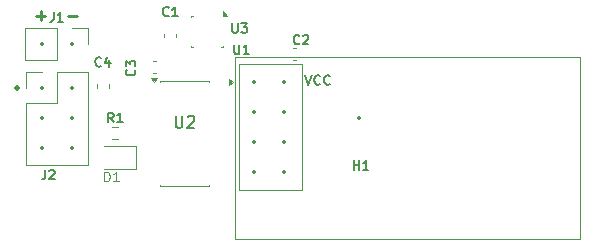
<source format=gto>
%TF.GenerationSoftware,KiCad,Pcbnew,9.0.5*%
%TF.CreationDate,2025-11-26T16:17:29+01:00*%
%TF.ProjectId,Stacja_pogody_SD,53746163-6a61-45f7-906f-676f64795f53,rev?*%
%TF.SameCoordinates,Original*%
%TF.FileFunction,Legend,Top*%
%TF.FilePolarity,Positive*%
%FSLAX46Y46*%
G04 Gerber Fmt 4.6, Leading zero omitted, Abs format (unit mm)*
G04 Created by KiCad (PCBNEW 9.0.5) date 2025-11-26 16:17:29*
%MOMM*%
%LPD*%
G01*
G04 APERTURE LIST*
%ADD10C,0.187500*%
%ADD11C,0.300000*%
%ADD12C,0.250000*%
%ADD13C,0.150000*%
%ADD14C,0.125000*%
%ADD15C,0.100000*%
%ADD16C,0.120000*%
%ADD17C,0.350000*%
G04 APERTURE END LIST*
D10*
X139419545Y-40392345D02*
X139686212Y-41192345D01*
X139686212Y-41192345D02*
X139952878Y-40392345D01*
X140676688Y-41116154D02*
X140638592Y-41154250D01*
X140638592Y-41154250D02*
X140524307Y-41192345D01*
X140524307Y-41192345D02*
X140448116Y-41192345D01*
X140448116Y-41192345D02*
X140333830Y-41154250D01*
X140333830Y-41154250D02*
X140257640Y-41078059D01*
X140257640Y-41078059D02*
X140219545Y-41001869D01*
X140219545Y-41001869D02*
X140181449Y-40849488D01*
X140181449Y-40849488D02*
X140181449Y-40735202D01*
X140181449Y-40735202D02*
X140219545Y-40582821D01*
X140219545Y-40582821D02*
X140257640Y-40506630D01*
X140257640Y-40506630D02*
X140333830Y-40430440D01*
X140333830Y-40430440D02*
X140448116Y-40392345D01*
X140448116Y-40392345D02*
X140524307Y-40392345D01*
X140524307Y-40392345D02*
X140638592Y-40430440D01*
X140638592Y-40430440D02*
X140676688Y-40468535D01*
X141476688Y-41116154D02*
X141438592Y-41154250D01*
X141438592Y-41154250D02*
X141324307Y-41192345D01*
X141324307Y-41192345D02*
X141248116Y-41192345D01*
X141248116Y-41192345D02*
X141133830Y-41154250D01*
X141133830Y-41154250D02*
X141057640Y-41078059D01*
X141057640Y-41078059D02*
X141019545Y-41001869D01*
X141019545Y-41001869D02*
X140981449Y-40849488D01*
X140981449Y-40849488D02*
X140981449Y-40735202D01*
X140981449Y-40735202D02*
X141019545Y-40582821D01*
X141019545Y-40582821D02*
X141057640Y-40506630D01*
X141057640Y-40506630D02*
X141133830Y-40430440D01*
X141133830Y-40430440D02*
X141248116Y-40392345D01*
X141248116Y-40392345D02*
X141324307Y-40392345D01*
X141324307Y-40392345D02*
X141438592Y-40430440D01*
X141438592Y-40430440D02*
X141476688Y-40468535D01*
D11*
X114994510Y-41387971D02*
X115065939Y-41459400D01*
X115065939Y-41459400D02*
X114994510Y-41530828D01*
X114994510Y-41530828D02*
X114923082Y-41459400D01*
X114923082Y-41459400D02*
X114994510Y-41387971D01*
X114994510Y-41387971D02*
X114994510Y-41530828D01*
D12*
X119332568Y-35363666D02*
X120094473Y-35363666D01*
X116622568Y-35353666D02*
X117384473Y-35353666D01*
X117003520Y-35734619D02*
X117003520Y-34972714D01*
D13*
X133230476Y-35992295D02*
X133230476Y-36639914D01*
X133230476Y-36639914D02*
X133268571Y-36716104D01*
X133268571Y-36716104D02*
X133306666Y-36754200D01*
X133306666Y-36754200D02*
X133382857Y-36792295D01*
X133382857Y-36792295D02*
X133535238Y-36792295D01*
X133535238Y-36792295D02*
X133611428Y-36754200D01*
X133611428Y-36754200D02*
X133649523Y-36716104D01*
X133649523Y-36716104D02*
X133687619Y-36639914D01*
X133687619Y-36639914D02*
X133687619Y-35992295D01*
X133992380Y-35992295D02*
X134487618Y-35992295D01*
X134487618Y-35992295D02*
X134220952Y-36297057D01*
X134220952Y-36297057D02*
X134335237Y-36297057D01*
X134335237Y-36297057D02*
X134411428Y-36335152D01*
X134411428Y-36335152D02*
X134449523Y-36373247D01*
X134449523Y-36373247D02*
X134487618Y-36449438D01*
X134487618Y-36449438D02*
X134487618Y-36639914D01*
X134487618Y-36639914D02*
X134449523Y-36716104D01*
X134449523Y-36716104D02*
X134411428Y-36754200D01*
X134411428Y-36754200D02*
X134335237Y-36792295D01*
X134335237Y-36792295D02*
X134106666Y-36792295D01*
X134106666Y-36792295D02*
X134030475Y-36754200D01*
X134030475Y-36754200D02*
X133992380Y-36716104D01*
X118103333Y-35062295D02*
X118103333Y-35633723D01*
X118103333Y-35633723D02*
X118065238Y-35748009D01*
X118065238Y-35748009D02*
X117989047Y-35824200D01*
X117989047Y-35824200D02*
X117874762Y-35862295D01*
X117874762Y-35862295D02*
X117798571Y-35862295D01*
X118903333Y-35862295D02*
X118446190Y-35862295D01*
X118674762Y-35862295D02*
X118674762Y-35062295D01*
X118674762Y-35062295D02*
X118598571Y-35176580D01*
X118598571Y-35176580D02*
X118522381Y-35252771D01*
X118522381Y-35252771D02*
X118446190Y-35290866D01*
X117393333Y-48412295D02*
X117393333Y-48983723D01*
X117393333Y-48983723D02*
X117355238Y-49098009D01*
X117355238Y-49098009D02*
X117279047Y-49174200D01*
X117279047Y-49174200D02*
X117164762Y-49212295D01*
X117164762Y-49212295D02*
X117088571Y-49212295D01*
X117736190Y-48488485D02*
X117774286Y-48450390D01*
X117774286Y-48450390D02*
X117850476Y-48412295D01*
X117850476Y-48412295D02*
X118040952Y-48412295D01*
X118040952Y-48412295D02*
X118117143Y-48450390D01*
X118117143Y-48450390D02*
X118155238Y-48488485D01*
X118155238Y-48488485D02*
X118193333Y-48564676D01*
X118193333Y-48564676D02*
X118193333Y-48640866D01*
X118193333Y-48640866D02*
X118155238Y-48755152D01*
X118155238Y-48755152D02*
X117698095Y-49212295D01*
X117698095Y-49212295D02*
X118193333Y-49212295D01*
X143510476Y-48402295D02*
X143510476Y-47602295D01*
X143510476Y-47983247D02*
X143967619Y-47983247D01*
X143967619Y-48402295D02*
X143967619Y-47602295D01*
X144767618Y-48402295D02*
X144310475Y-48402295D01*
X144539047Y-48402295D02*
X144539047Y-47602295D01*
X144539047Y-47602295D02*
X144462856Y-47716580D01*
X144462856Y-47716580D02*
X144386666Y-47792771D01*
X144386666Y-47792771D02*
X144310475Y-47830866D01*
X127856667Y-35336104D02*
X127818571Y-35374200D01*
X127818571Y-35374200D02*
X127704286Y-35412295D01*
X127704286Y-35412295D02*
X127628095Y-35412295D01*
X127628095Y-35412295D02*
X127513809Y-35374200D01*
X127513809Y-35374200D02*
X127437619Y-35298009D01*
X127437619Y-35298009D02*
X127399524Y-35221819D01*
X127399524Y-35221819D02*
X127361428Y-35069438D01*
X127361428Y-35069438D02*
X127361428Y-34955152D01*
X127361428Y-34955152D02*
X127399524Y-34802771D01*
X127399524Y-34802771D02*
X127437619Y-34726580D01*
X127437619Y-34726580D02*
X127513809Y-34650390D01*
X127513809Y-34650390D02*
X127628095Y-34612295D01*
X127628095Y-34612295D02*
X127704286Y-34612295D01*
X127704286Y-34612295D02*
X127818571Y-34650390D01*
X127818571Y-34650390D02*
X127856667Y-34688485D01*
X128618571Y-35412295D02*
X128161428Y-35412295D01*
X128390000Y-35412295D02*
X128390000Y-34612295D01*
X128390000Y-34612295D02*
X128313809Y-34726580D01*
X128313809Y-34726580D02*
X128237619Y-34802771D01*
X128237619Y-34802771D02*
X128161428Y-34840866D01*
X123186667Y-44362295D02*
X122920000Y-43981342D01*
X122729524Y-44362295D02*
X122729524Y-43562295D01*
X122729524Y-43562295D02*
X123034286Y-43562295D01*
X123034286Y-43562295D02*
X123110476Y-43600390D01*
X123110476Y-43600390D02*
X123148571Y-43638485D01*
X123148571Y-43638485D02*
X123186667Y-43714676D01*
X123186667Y-43714676D02*
X123186667Y-43828961D01*
X123186667Y-43828961D02*
X123148571Y-43905152D01*
X123148571Y-43905152D02*
X123110476Y-43943247D01*
X123110476Y-43943247D02*
X123034286Y-43981342D01*
X123034286Y-43981342D02*
X122729524Y-43981342D01*
X123948571Y-44362295D02*
X123491428Y-44362295D01*
X123720000Y-44362295D02*
X123720000Y-43562295D01*
X123720000Y-43562295D02*
X123643809Y-43676580D01*
X123643809Y-43676580D02*
X123567619Y-43752771D01*
X123567619Y-43752771D02*
X123491428Y-43790866D01*
X122146667Y-39576104D02*
X122108571Y-39614200D01*
X122108571Y-39614200D02*
X121994286Y-39652295D01*
X121994286Y-39652295D02*
X121918095Y-39652295D01*
X121918095Y-39652295D02*
X121803809Y-39614200D01*
X121803809Y-39614200D02*
X121727619Y-39538009D01*
X121727619Y-39538009D02*
X121689524Y-39461819D01*
X121689524Y-39461819D02*
X121651428Y-39309438D01*
X121651428Y-39309438D02*
X121651428Y-39195152D01*
X121651428Y-39195152D02*
X121689524Y-39042771D01*
X121689524Y-39042771D02*
X121727619Y-38966580D01*
X121727619Y-38966580D02*
X121803809Y-38890390D01*
X121803809Y-38890390D02*
X121918095Y-38852295D01*
X121918095Y-38852295D02*
X121994286Y-38852295D01*
X121994286Y-38852295D02*
X122108571Y-38890390D01*
X122108571Y-38890390D02*
X122146667Y-38928485D01*
X122832381Y-39118961D02*
X122832381Y-39652295D01*
X122641905Y-38814200D02*
X122451428Y-39385628D01*
X122451428Y-39385628D02*
X122946667Y-39385628D01*
X124966104Y-39913332D02*
X125004200Y-39951428D01*
X125004200Y-39951428D02*
X125042295Y-40065713D01*
X125042295Y-40065713D02*
X125042295Y-40141904D01*
X125042295Y-40141904D02*
X125004200Y-40256190D01*
X125004200Y-40256190D02*
X124928009Y-40332380D01*
X124928009Y-40332380D02*
X124851819Y-40370475D01*
X124851819Y-40370475D02*
X124699438Y-40408571D01*
X124699438Y-40408571D02*
X124585152Y-40408571D01*
X124585152Y-40408571D02*
X124432771Y-40370475D01*
X124432771Y-40370475D02*
X124356580Y-40332380D01*
X124356580Y-40332380D02*
X124280390Y-40256190D01*
X124280390Y-40256190D02*
X124242295Y-40141904D01*
X124242295Y-40141904D02*
X124242295Y-40065713D01*
X124242295Y-40065713D02*
X124280390Y-39951428D01*
X124280390Y-39951428D02*
X124318485Y-39913332D01*
X124242295Y-39646666D02*
X124242295Y-39151428D01*
X124242295Y-39151428D02*
X124547057Y-39418094D01*
X124547057Y-39418094D02*
X124547057Y-39303809D01*
X124547057Y-39303809D02*
X124585152Y-39227618D01*
X124585152Y-39227618D02*
X124623247Y-39189523D01*
X124623247Y-39189523D02*
X124699438Y-39151428D01*
X124699438Y-39151428D02*
X124889914Y-39151428D01*
X124889914Y-39151428D02*
X124966104Y-39189523D01*
X124966104Y-39189523D02*
X125004200Y-39227618D01*
X125004200Y-39227618D02*
X125042295Y-39303809D01*
X125042295Y-39303809D02*
X125042295Y-39532380D01*
X125042295Y-39532380D02*
X125004200Y-39608571D01*
X125004200Y-39608571D02*
X124966104Y-39646666D01*
D14*
X122419524Y-49353595D02*
X122419524Y-48553595D01*
X122419524Y-48553595D02*
X122610000Y-48553595D01*
X122610000Y-48553595D02*
X122724286Y-48591690D01*
X122724286Y-48591690D02*
X122800476Y-48667880D01*
X122800476Y-48667880D02*
X122838571Y-48744071D01*
X122838571Y-48744071D02*
X122876667Y-48896452D01*
X122876667Y-48896452D02*
X122876667Y-49010738D01*
X122876667Y-49010738D02*
X122838571Y-49163119D01*
X122838571Y-49163119D02*
X122800476Y-49239309D01*
X122800476Y-49239309D02*
X122724286Y-49315500D01*
X122724286Y-49315500D02*
X122610000Y-49353595D01*
X122610000Y-49353595D02*
X122419524Y-49353595D01*
X123638571Y-49353595D02*
X123181428Y-49353595D01*
X123410000Y-49353595D02*
X123410000Y-48553595D01*
X123410000Y-48553595D02*
X123333809Y-48667880D01*
X123333809Y-48667880D02*
X123257619Y-48744071D01*
X123257619Y-48744071D02*
X123181428Y-48782166D01*
D13*
X138926667Y-37696104D02*
X138888571Y-37734200D01*
X138888571Y-37734200D02*
X138774286Y-37772295D01*
X138774286Y-37772295D02*
X138698095Y-37772295D01*
X138698095Y-37772295D02*
X138583809Y-37734200D01*
X138583809Y-37734200D02*
X138507619Y-37658009D01*
X138507619Y-37658009D02*
X138469524Y-37581819D01*
X138469524Y-37581819D02*
X138431428Y-37429438D01*
X138431428Y-37429438D02*
X138431428Y-37315152D01*
X138431428Y-37315152D02*
X138469524Y-37162771D01*
X138469524Y-37162771D02*
X138507619Y-37086580D01*
X138507619Y-37086580D02*
X138583809Y-37010390D01*
X138583809Y-37010390D02*
X138698095Y-36972295D01*
X138698095Y-36972295D02*
X138774286Y-36972295D01*
X138774286Y-36972295D02*
X138888571Y-37010390D01*
X138888571Y-37010390D02*
X138926667Y-37048485D01*
X139231428Y-37048485D02*
X139269524Y-37010390D01*
X139269524Y-37010390D02*
X139345714Y-36972295D01*
X139345714Y-36972295D02*
X139536190Y-36972295D01*
X139536190Y-36972295D02*
X139612381Y-37010390D01*
X139612381Y-37010390D02*
X139650476Y-37048485D01*
X139650476Y-37048485D02*
X139688571Y-37124676D01*
X139688571Y-37124676D02*
X139688571Y-37200866D01*
X139688571Y-37200866D02*
X139650476Y-37315152D01*
X139650476Y-37315152D02*
X139193333Y-37772295D01*
X139193333Y-37772295D02*
X139688571Y-37772295D01*
X133390476Y-37792295D02*
X133390476Y-38439914D01*
X133390476Y-38439914D02*
X133428571Y-38516104D01*
X133428571Y-38516104D02*
X133466666Y-38554200D01*
X133466666Y-38554200D02*
X133542857Y-38592295D01*
X133542857Y-38592295D02*
X133695238Y-38592295D01*
X133695238Y-38592295D02*
X133771428Y-38554200D01*
X133771428Y-38554200D02*
X133809523Y-38516104D01*
X133809523Y-38516104D02*
X133847619Y-38439914D01*
X133847619Y-38439914D02*
X133847619Y-37792295D01*
X134647618Y-38592295D02*
X134190475Y-38592295D01*
X134419047Y-38592295D02*
X134419047Y-37792295D01*
X134419047Y-37792295D02*
X134342856Y-37906580D01*
X134342856Y-37906580D02*
X134266666Y-37982771D01*
X134266666Y-37982771D02*
X134190475Y-38020866D01*
X128448095Y-43824819D02*
X128448095Y-44634342D01*
X128448095Y-44634342D02*
X128495714Y-44729580D01*
X128495714Y-44729580D02*
X128543333Y-44777200D01*
X128543333Y-44777200D02*
X128638571Y-44824819D01*
X128638571Y-44824819D02*
X128829047Y-44824819D01*
X128829047Y-44824819D02*
X128924285Y-44777200D01*
X128924285Y-44777200D02*
X128971904Y-44729580D01*
X128971904Y-44729580D02*
X129019523Y-44634342D01*
X129019523Y-44634342D02*
X129019523Y-43824819D01*
X129448095Y-43920057D02*
X129495714Y-43872438D01*
X129495714Y-43872438D02*
X129590952Y-43824819D01*
X129590952Y-43824819D02*
X129829047Y-43824819D01*
X129829047Y-43824819D02*
X129924285Y-43872438D01*
X129924285Y-43872438D02*
X129971904Y-43920057D01*
X129971904Y-43920057D02*
X130019523Y-44015295D01*
X130019523Y-44015295D02*
X130019523Y-44110533D01*
X130019523Y-44110533D02*
X129971904Y-44253390D01*
X129971904Y-44253390D02*
X129400476Y-44824819D01*
X129400476Y-44824819D02*
X130019523Y-44824819D01*
D15*
%TO.C,U3*%
X129765000Y-35335000D02*
X129915000Y-35335000D01*
X129755000Y-35335000D02*
X129755000Y-35485000D01*
X132465000Y-37885000D02*
X132465000Y-38035000D01*
X132465000Y-38035000D02*
X132315000Y-38035000D01*
X129765000Y-38035000D02*
X129765000Y-37885000D01*
X129765000Y-38035000D02*
X129915000Y-38035000D01*
D16*
X132825000Y-35335000D02*
X132465000Y-35335000D01*
X132465000Y-34975000D01*
X132825000Y-35335000D01*
G36*
X132825000Y-35335000D02*
G01*
X132465000Y-35335000D01*
X132465000Y-34975000D01*
X132825000Y-35335000D01*
G37*
%TO.C,J1*%
X115725000Y-36370000D02*
X115725000Y-39130000D01*
X118375000Y-36370000D02*
X115725000Y-36370000D01*
X118375000Y-36370000D02*
X118375000Y-39130000D01*
X118375000Y-39130000D02*
X115725000Y-39130000D01*
X119645000Y-36370000D02*
X121025000Y-36370000D01*
X121025000Y-36370000D02*
X121025000Y-37750000D01*
%TO.C,J2*%
X115735000Y-40120000D02*
X117115000Y-40120000D01*
X115735000Y-41500000D02*
X115735000Y-40120000D01*
X115735000Y-42770000D02*
X115735000Y-47960000D01*
X115735000Y-42770000D02*
X118385000Y-42770000D01*
X115735000Y-47960000D02*
X121035000Y-47960000D01*
X118385000Y-40120000D02*
X121035000Y-40120000D01*
X118385000Y-42770000D02*
X118385000Y-40120000D01*
X121035000Y-40120000D02*
X121035000Y-47960000D01*
%TO.C,C1*%
X127490000Y-36859420D02*
X127490000Y-37140580D01*
X128510000Y-36859420D02*
X128510000Y-37140580D01*
%TO.C,R1*%
X123562258Y-44737500D02*
X123087742Y-44737500D01*
X123562258Y-45782500D02*
X123087742Y-45782500D01*
%TO.C,C4*%
X121815000Y-41169420D02*
X121815000Y-41450580D01*
X122835000Y-41169420D02*
X122835000Y-41450580D01*
%TO.C,C3*%
X126790580Y-39210000D02*
X126509420Y-39210000D01*
X126790580Y-40230000D02*
X126509420Y-40230000D01*
%TO.C,D1*%
X122365000Y-48330000D02*
X125050000Y-48330000D01*
X125050000Y-46410000D02*
X122365000Y-46410000D01*
X125050000Y-48330000D02*
X125050000Y-46410000D01*
%TO.C,C2*%
X138670580Y-38080000D02*
X138389420Y-38080000D01*
X138670580Y-39100000D02*
X138389420Y-39100000D01*
%TO.C,U1*%
X133500000Y-38840000D02*
X133500000Y-38840000D01*
X133500000Y-38840000D02*
X162700000Y-38840000D01*
X133500000Y-54290000D02*
X133500000Y-38840000D01*
X133830000Y-39416000D02*
X133830000Y-39416000D01*
X133830000Y-39416000D02*
X139164000Y-39416000D01*
X133830000Y-50084000D02*
X133830000Y-39416000D01*
X133830000Y-50084000D02*
X133830000Y-50084000D01*
X139164000Y-39416000D02*
X139164000Y-50084000D01*
X139164000Y-50084000D02*
X133830000Y-50084000D01*
X162700000Y-38840000D02*
X162700000Y-54290000D01*
X162700000Y-54290000D02*
X133500000Y-54290000D01*
X133300000Y-40940000D02*
X132964000Y-41180000D01*
X132964000Y-40700000D01*
X133300000Y-40940000D01*
G36*
X133300000Y-40940000D02*
G01*
X132964000Y-41180000D01*
X132964000Y-40700000D01*
X133300000Y-40940000D01*
G37*
%TO.C,U2*%
X127150000Y-40872500D02*
X131270000Y-40872500D01*
X127150000Y-40937500D02*
X127150000Y-40872500D01*
X127150000Y-49742500D02*
X127150000Y-49677500D01*
X131270000Y-40872500D02*
X131270000Y-40937500D01*
X131270000Y-49677500D02*
X131270000Y-49742500D01*
X131270000Y-49742500D02*
X127150000Y-49742500D01*
X126610000Y-40937500D02*
X126370000Y-40607500D01*
X126850000Y-40607500D01*
X126610000Y-40937500D01*
G36*
X126610000Y-40937500D02*
G01*
X126370000Y-40607500D01*
X126850000Y-40607500D01*
X126610000Y-40937500D01*
G37*
%TD*%
D17*
X119645000Y-37750000D03*
X117105000Y-37750000D03*
X117115000Y-41500000D03*
X119655000Y-41500000D03*
X117115000Y-44040000D03*
X119655000Y-44040000D03*
X117115000Y-46580000D03*
X119655000Y-46580000D03*
X144000000Y-44000000D03*
X135100000Y-40940000D03*
X137640000Y-40940000D03*
X135100000Y-43480000D03*
X137640000Y-43480000D03*
X135100000Y-46020000D03*
X137640000Y-46020000D03*
X135100000Y-48560000D03*
X137640000Y-48560000D03*
M02*

</source>
